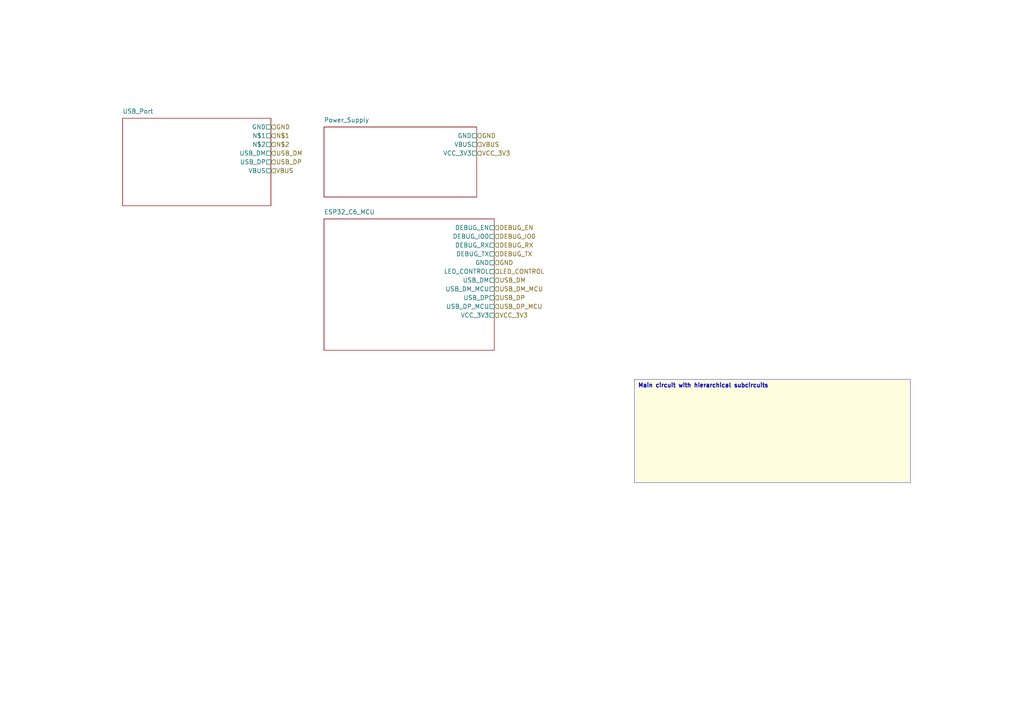
<source format=kicad_sch>
(kicad_sch
	(version 20250114)
	(generator "circuit_synth")
	(generator_version "9.0")
	(uuid 0d642761-8755-4913-bd75-2640e6c10e75)
	(paper "A4")
	(lib_symbols)
	(title_block
		(title main)
		(date 2025-08-06)
		(company Circuit-Synth)
	)
	(hierarchical_label
		GND
		(shape input)
		(at 78.58 36.83 0)
		(effects
			(font
				(size 1.27 1.27)
			)
			(justify left)
		)
		(uuid dad36397-1fb7-4ef4-9a8f-aca495c08060)
	)
	(hierarchical_label
		N$1
		(shape input)
		(at 78.58 39.37 0)
		(effects
			(font
				(size 1.27 1.27)
			)
			(justify left)
		)
		(uuid 47137f43-d547-45ab-b2d9-5d8fa91f26af)
	)
	(hierarchical_label
		N$2
		(shape input)
		(at 78.58 41.910000000000004 0)
		(effects
			(font
				(size 1.27 1.27)
			)
			(justify left)
		)
		(uuid 91d6bbc9-0cac-453a-b3c9-31d3b4d43c33)
	)
	(hierarchical_label
		USB_DM
		(shape input)
		(at 78.58 44.45 0)
		(effects
			(font
				(size 1.27 1.27)
			)
			(justify left)
		)
		(uuid a53c73d3-be3e-4d82-b359-f899155139b7)
	)
	(hierarchical_label
		USB_DP
		(shape input)
		(at 78.58 46.99 0)
		(effects
			(font
				(size 1.27 1.27)
			)
			(justify left)
		)
		(uuid 2244457f-6714-4324-b431-504cc9fe119e)
	)
	(hierarchical_label
		VBUS
		(shape input)
		(at 78.58 49.53 0)
		(effects
			(font
				(size 1.27 1.27)
			)
			(justify left)
		)
		(uuid 45650af2-b802-44d7-9902-d5526216b063)
	)
	(hierarchical_label
		GND
		(shape input)
		(at 138.27 39.37 0)
		(effects
			(font
				(size 1.27 1.27)
			)
			(justify left)
		)
		(uuid d71e23f8-5697-405d-a017-0ca16a6e9a4e)
	)
	(hierarchical_label
		VBUS
		(shape input)
		(at 138.27 41.910000000000004 0)
		(effects
			(font
				(size 1.27 1.27)
			)
			(justify left)
		)
		(uuid 713f9ff1-8b3a-4b76-819b-e6f7105d4d4a)
	)
	(hierarchical_label
		VCC_3V3
		(shape input)
		(at 138.27 44.45 0)
		(effects
			(font
				(size 1.27 1.27)
			)
			(justify left)
		)
		(uuid b42dbd7f-5322-41dc-b631-1819a0057f57)
	)
	(hierarchical_label
		DEBUG_EN
		(shape input)
		(at 143.35 66.04 0)
		(effects
			(font
				(size 1.27 1.27)
			)
			(justify left)
		)
		(uuid d6fb9ddf-b2bd-46cf-9e3d-9e8cbf5abca7)
	)
	(hierarchical_label
		DEBUG_IO0
		(shape input)
		(at 143.35 68.58 0)
		(effects
			(font
				(size 1.27 1.27)
			)
			(justify left)
		)
		(uuid 46223c09-a120-44af-874c-1af72418f7a0)
	)
	(hierarchical_label
		DEBUG_RX
		(shape input)
		(at 143.35 71.12 0)
		(effects
			(font
				(size 1.27 1.27)
			)
			(justify left)
		)
		(uuid 6fd3b78f-36e8-4eb1-a17d-92d2e724285e)
	)
	(hierarchical_label
		DEBUG_TX
		(shape input)
		(at 143.35 73.66 0)
		(effects
			(font
				(size 1.27 1.27)
			)
			(justify left)
		)
		(uuid 9dac4a1e-69eb-42ba-a68a-95c18186ad29)
	)
	(hierarchical_label
		GND
		(shape input)
		(at 143.35 76.2 0)
		(effects
			(font
				(size 1.27 1.27)
			)
			(justify left)
		)
		(uuid b22093f6-d044-4fd9-9b22-6cf4c5bc1958)
	)
	(hierarchical_label
		LED_CONTROL
		(shape input)
		(at 143.35 78.74 0)
		(effects
			(font
				(size 1.27 1.27)
			)
			(justify left)
		)
		(uuid a3e0a07c-be72-467d-a1f9-86aacc32ede2)
	)
	(hierarchical_label
		USB_DM
		(shape input)
		(at 143.35 81.28 0)
		(effects
			(font
				(size 1.27 1.27)
			)
			(justify left)
		)
		(uuid 6166f840-163d-4c12-9182-68c63ed46ff6)
	)
	(hierarchical_label
		USB_DM_MCU
		(shape input)
		(at 143.35 83.82000000000001 0)
		(effects
			(font
				(size 1.27 1.27)
			)
			(justify left)
		)
		(uuid 0b4cafa5-c451-41d9-b6f2-ea9cbb2a0008)
	)
	(hierarchical_label
		USB_DP
		(shape input)
		(at 143.35 86.36 0)
		(effects
			(font
				(size 1.27 1.27)
			)
			(justify left)
		)
		(uuid fbe2b7ac-ae26-4b96-b5cf-d090cf423df3)
	)
	(hierarchical_label
		USB_DP_MCU
		(shape input)
		(at 143.35 88.9 0)
		(effects
			(font
				(size 1.27 1.27)
			)
			(justify left)
		)
		(uuid c246ab2f-bb7a-4f70-93f0-9f1b37aa4c45)
	)
	(hierarchical_label
		VCC_3V3
		(shape input)
		(at 143.35 91.44 0)
		(effects
			(font
				(size 1.27 1.27)
			)
			(justify left)
		)
		(uuid f228894a-1dd8-4266-bf89-01e8fa49b0ff)
	)
	(sheet
		(at 35.56 34.29)
		(size 43.019999999999996 25.4)
		(stroke
			(width 0.12)
			(type solid)
		)
		(fill
			(color
				0
				0
				0
				0.0
			)
		)
		(uuid 86c3c5dc-d343-4156-a0a7-9c24364333a4)
		(property "Sheetname" "USB_Port"
			(at 35.56 33.019999999999996 0)
			(effects
				(font
					(size 1.27 1.27)
				)
				(justify left bottom)
			)
		)
		(property "Sheetfile" "USB_Port.kicad_sch"
			(at 35.56 60.96 0)
			(effects
				(font
					(size 1.27 1.27)
				)
				(justify left top)
				(hide yes)
			)
		)
		(pin
			GND
			passive
			(at 77.31 36.83 0)
			(effects
				(font
					(size 1.27 1.27)
				)
				(justify right)
			)
			(uuid 59d2ec15-e71a-456f-afcb-e31752438e90)
		)
		(pin
			N$1
			passive
			(at 77.31 39.37 0)
			(effects
				(font
					(size 1.27 1.27)
				)
				(justify right)
			)
			(uuid fe337ae5-92b2-496d-b309-cbe595e067cd)
		)
		(pin
			N$2
			passive
			(at 77.31 41.910000000000004 0)
			(effects
				(font
					(size 1.27 1.27)
				)
				(justify right)
			)
			(uuid c74e3772-cdf6-41f8-b23a-198bc0e67c1a)
		)
		(pin
			USB_DM
			passive
			(at 77.31 44.45 0)
			(effects
				(font
					(size 1.27 1.27)
				)
				(justify right)
			)
			(uuid f375044c-04c6-4c56-a9d2-fa88a60373e9)
		)
		(pin
			USB_DP
			passive
			(at 77.31 46.99 0)
			(effects
				(font
					(size 1.27 1.27)
				)
				(justify right)
			)
			(uuid 716d05b4-47f2-474b-baf6-bc8cba300c29)
		)
		(pin
			VBUS
			passive
			(at 77.31 49.53 0)
			(effects
				(font
					(size 1.27 1.27)
				)
				(justify right)
			)
			(uuid 9f15d5f2-5312-4de5-84c8-7b8c98f17754)
		)
		(instances
			(project "test_esp32"
				(path "/"
					(page "1")
				)
			)
		)
	)
	(sheet
		(at 93.98 36.83)
		(size 44.29 20.32)
		(stroke
			(width 0.12)
			(type solid)
		)
		(fill
			(color
				0
				0
				0
				0.0
			)
		)
		(uuid 8e8a9c3c-4743-4a13-ab10-afcead6344db)
		(property "Sheetname" "Power_Supply"
			(at 93.98 35.559999999999995 0)
			(effects
				(font
					(size 1.27 1.27)
				)
				(justify left bottom)
			)
		)
		(property "Sheetfile" "Power_Supply.kicad_sch"
			(at 93.98 58.42 0)
			(effects
				(font
					(size 1.27 1.27)
				)
				(justify left top)
				(hide yes)
			)
		)
		(pin
			GND
			passive
			(at 137.0 39.37 0)
			(effects
				(font
					(size 1.27 1.27)
				)
				(justify right)
			)
			(uuid f007cb9c-f717-402f-a1c0-9c8a82547e3d)
		)
		(pin
			VBUS
			passive
			(at 137.0 41.910000000000004 0)
			(effects
				(font
					(size 1.27 1.27)
				)
				(justify right)
			)
			(uuid 564cc056-cb50-422d-b870-4f5283a937cd)
		)
		(pin
			VCC_3V3
			passive
			(at 137.0 44.45 0)
			(effects
				(font
					(size 1.27 1.27)
				)
				(justify right)
			)
			(uuid a018b3f7-6c54-44df-8ba4-4082bdb0dcf5)
		)
		(instances
			(project "test_esp32"
				(path "/"
					(page "1")
				)
			)
		)
	)
	(sheet
		(at 93.98 63.5)
		(size 49.37 38.1)
		(stroke
			(width 0.12)
			(type solid)
		)
		(fill
			(color
				0
				0
				0
				0.0
			)
		)
		(uuid f87ded3a-4736-48b7-b9a1-56851305c8d2)
		(property "Sheetname" "ESP32_C6_MCU"
			(at 93.98 62.23 0)
			(effects
				(font
					(size 1.27 1.27)
				)
				(justify left bottom)
			)
		)
		(property "Sheetfile" "ESP32_C6_MCU.kicad_sch"
			(at 93.98 102.86999999999999 0)
			(effects
				(font
					(size 1.27 1.27)
				)
				(justify left top)
				(hide yes)
			)
		)
		(pin
			DEBUG_EN
			passive
			(at 142.07999999999998 66.04 0)
			(effects
				(font
					(size 1.27 1.27)
				)
				(justify right)
			)
			(uuid 7aa403d2-a289-48e6-bf38-35d2387cc3db)
		)
		(pin
			DEBUG_IO0
			passive
			(at 142.07999999999998 68.58 0)
			(effects
				(font
					(size 1.27 1.27)
				)
				(justify right)
			)
			(uuid 48f8932f-98e2-4ff3-af84-e16f9ec21853)
		)
		(pin
			DEBUG_RX
			passive
			(at 142.07999999999998 71.12 0)
			(effects
				(font
					(size 1.27 1.27)
				)
				(justify right)
			)
			(uuid 18818f15-5304-4831-b072-74f862d0cd8a)
		)
		(pin
			DEBUG_TX
			passive
			(at 142.07999999999998 73.66 0)
			(effects
				(font
					(size 1.27 1.27)
				)
				(justify right)
			)
			(uuid 9fac0b00-61cd-4883-b1d6-6190589d502f)
		)
		(pin
			GND
			passive
			(at 142.07999999999998 76.2 0)
			(effects
				(font
					(size 1.27 1.27)
				)
				(justify right)
			)
			(uuid 26de156a-c2ee-4276-859a-f608fbdb0cbc)
		)
		(pin
			LED_CONTROL
			passive
			(at 142.07999999999998 78.74 0)
			(effects
				(font
					(size 1.27 1.27)
				)
				(justify right)
			)
			(uuid b27c5391-0379-4db8-8e70-588a5c7ce4d6)
		)
		(pin
			USB_DM
			passive
			(at 142.07999999999998 81.28 0)
			(effects
				(font
					(size 1.27 1.27)
				)
				(justify right)
			)
			(uuid e1d3c484-6060-4be2-9483-aa3ee0965ba8)
		)
		(pin
			USB_DM_MCU
			passive
			(at 142.07999999999998 83.82000000000001 0)
			(effects
				(font
					(size 1.27 1.27)
				)
				(justify right)
			)
			(uuid 2cffa82c-f26f-42fa-99e3-cf62833f89e3)
		)
		(pin
			USB_DP
			passive
			(at 142.07999999999998 86.36 0)
			(effects
				(font
					(size 1.27 1.27)
				)
				(justify right)
			)
			(uuid 98d84bd6-ed71-4ee3-b764-c0956407ac57)
		)
		(pin
			USB_DP_MCU
			passive
			(at 142.07999999999998 88.9 0)
			(effects
				(font
					(size 1.27 1.27)
				)
				(justify right)
			)
			(uuid bc35705c-0fde-46b2-9398-bef2f6c96be6)
		)
		(pin
			VCC_3V3
			passive
			(at 142.07999999999998 91.44 0)
			(effects
				(font
					(size 1.27 1.27)
				)
				(justify right)
			)
			(uuid 1a90673c-b12f-450b-8a65-45cfa46d7cd4)
		)
		(instances
			(project "test_esp32"
				(path "/"
					(page "1")
				)
			)
		)
	)
	(text_box
		"Main circuit with hierarchical subcircuits"
		(exclude_from_sim yes)
		(at 184.0 110.0 0)
		(size 80.0 30.0)
		(margins
			1.0
			1.0
			1.0
			1.0
		)
		(stroke
			(width 0.1)
			(type solid)
		)
		(fill
			(type color)
			(color
				255
				255
				224
				1
			)
		)
		(effects
			(font
				(size 1.2 1.2)
				(thickness 0.254)
			)
			(justify left top)
		)
		(uuid dfbd173f-a5ce-4788-b4c9-82c37dcd5184)
	)
	(sheet_instances
		(path "/0d642761-8755-4913-bd75-2640e6c10e75"
			(page "1")
		)
	)
	(embedded_fonts no)
)
</source>
